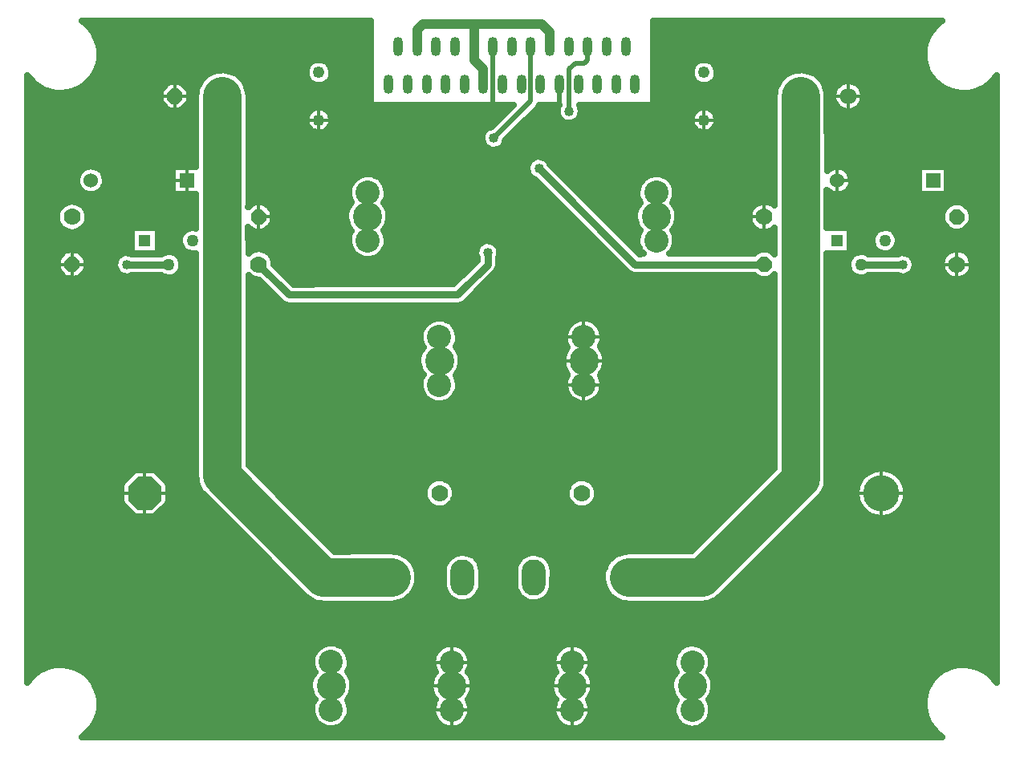
<source format=gbr>
G04 DipTrace 2.3.1.0*
%INBottom.gbr*%
%MOIN*%
%ADD14C,0.03*%
%ADD15C,0.02*%
%ADD16C,0.04*%
%ADD17C,0.16*%
%ADD18C,0.025*%
%ADD19C,0.013*%
%ADD20C,0.1*%
%ADD21O,0.1X0.15*%
%ADD23C,0.15*%
%ADD24C,0.0689*%
%ADD25C,0.0492*%
%ADD26C,0.07*%
%ADD28O,0.04X0.08*%
%ADD29C,0.12*%
%ADD30C,0.05*%
%ADD31R,0.0512X0.0512*%
%ADD34R,0.0591X0.0591*%
%ADD35C,0.06*%
%FSLAX44Y44*%
G04*
G70*
G90*
G75*
G01*
%LNBottom*%
%LPD*%
X23650Y33007D2*
D15*
Y30474D1*
X23687Y30437D1*
X26406Y31441D2*
Y30656D1*
X26187Y30437D1*
X25224Y33007D2*
Y30724D1*
X23687Y29187D1*
X26812Y30312D2*
Y32062D1*
X27062Y32312D1*
X27437D1*
X27562Y32437D1*
Y32983D1*
X27587Y33007D1*
X26012D2*
D16*
Y33612D1*
X25687Y33937D1*
X22862D1*
X20750D1*
X20500Y33687D1*
Y33007D1*
X22862D2*
Y33937D1*
Y33007D2*
Y32449D1*
X23256Y32056D1*
Y31441D1*
X12406Y30937D2*
D17*
Y22937D1*
Y15156D1*
X13124Y14437D1*
X19437Y10937D2*
X16624D1*
X13124Y14437D1*
X11937Y22937D2*
D14*
X12406D1*
X29295Y10937D2*
D17*
X32344D1*
X35844Y14437D1*
X36437Y30937D2*
Y22937D1*
Y15031D1*
X35844Y14437D1*
X36937Y22937D2*
D14*
X36437D1*
X8437Y23937D2*
X10187D1*
X34921Y23953D2*
X29546D1*
X25562Y27937D1*
X38937Y23937D2*
X40687D1*
X23437Y24437D2*
Y23937D1*
X22187Y22687D1*
X15187D1*
X13921Y23953D1*
D16*
X26812Y30312D3*
X23687Y29187D3*
X8437Y23937D3*
X11937Y22937D3*
X23437Y24437D3*
X36937Y22937D3*
X40687Y23937D3*
X25562Y27937D3*
X24562Y24437D3*
X22312Y24062D3*
X25687Y29562D3*
X26812D3*
X24437Y27937D3*
X6886Y33813D2*
D18*
X18539D1*
X30335D2*
X41988D1*
X7081Y33565D2*
X18539D1*
X30335D2*
X41793D1*
X7210Y33316D2*
X18539D1*
X30335D2*
X41664D1*
X7292Y33067D2*
X18539D1*
X30335D2*
X41582D1*
X7331Y32819D2*
X18539D1*
X30335D2*
X41543D1*
X7335Y32570D2*
X18539D1*
X30335D2*
X41539D1*
X7296Y32321D2*
X16047D1*
X16796D2*
X18539D1*
X30335D2*
X32047D1*
X32796D2*
X41578D1*
X7218Y32073D2*
X15887D1*
X16956D2*
X18539D1*
X30335D2*
X31887D1*
X32956D2*
X41656D1*
X7089Y31824D2*
X11754D1*
X13054D2*
X15875D1*
X16968D2*
X18539D1*
X30335D2*
X31875D1*
X32968D2*
X35789D1*
X37085D2*
X41785D1*
X4337Y31575D2*
X4476D1*
X6898D2*
X11504D1*
X13308D2*
X15992D1*
X16851D2*
X18539D1*
X30335D2*
X31992D1*
X32851D2*
X35535D1*
X37339D2*
X41976D1*
X44398D2*
X44539D1*
X4337Y31326D2*
X4769D1*
X6605D2*
X9949D1*
X10925D2*
X11367D1*
X13444D2*
X18539D1*
X30335D2*
X35398D1*
X37476D2*
X37887D1*
X38925D2*
X42269D1*
X44105D2*
X44539D1*
X4337Y31078D2*
X5430D1*
X5944D2*
X9808D1*
X11066D2*
X11305D1*
X13507D2*
X18539D1*
X30335D2*
X35336D1*
X37538D2*
X37766D1*
X39042D2*
X42930D1*
X43444D2*
X44539D1*
X4337Y30829D2*
X9808D1*
X11066D2*
X11297D1*
X13515D2*
X18539D1*
X30335D2*
X35328D1*
X37546D2*
X37762D1*
X39050D2*
X44539D1*
X4337Y30580D2*
X9914D1*
X10960D2*
X11297D1*
X13515D2*
X18539D1*
X30276D2*
X35328D1*
X37546D2*
X37863D1*
X38948D2*
X44539D1*
X4337Y30332D2*
X11297D1*
X13515D2*
X16023D1*
X16819D2*
X24262D1*
X25401D2*
X26301D1*
X27323D2*
X32023D1*
X32819D2*
X35328D1*
X37546D2*
X38207D1*
X38605D2*
X44539D1*
X4337Y30083D2*
X11297D1*
X13515D2*
X15883D1*
X16960D2*
X24016D1*
X25151D2*
X26359D1*
X27265D2*
X31883D1*
X32960D2*
X35328D1*
X37546D2*
X44539D1*
X4337Y29834D2*
X11297D1*
X13515D2*
X15879D1*
X16964D2*
X23766D1*
X24905D2*
X26703D1*
X26920D2*
X31879D1*
X32964D2*
X35328D1*
X37546D2*
X44539D1*
X4337Y29586D2*
X11297D1*
X13515D2*
X16012D1*
X16831D2*
X23387D1*
X24655D2*
X32012D1*
X32831D2*
X35328D1*
X37546D2*
X44539D1*
X4337Y29337D2*
X11297D1*
X13515D2*
X23199D1*
X24405D2*
X35328D1*
X37546D2*
X44539D1*
X4337Y29088D2*
X11297D1*
X13515D2*
X23187D1*
X24187D2*
X35328D1*
X37546D2*
X44539D1*
X4337Y28840D2*
X11297D1*
X13515D2*
X23324D1*
X24050D2*
X35328D1*
X37546D2*
X44539D1*
X4337Y28591D2*
X11297D1*
X13515D2*
X35328D1*
X37546D2*
X44539D1*
X4337Y28342D2*
X11297D1*
X13515D2*
X25269D1*
X25855D2*
X35328D1*
X37546D2*
X44539D1*
X4337Y28094D2*
X11297D1*
X13515D2*
X25078D1*
X26046D2*
X35328D1*
X37546D2*
X44539D1*
X4337Y27845D2*
X6512D1*
X7401D2*
X10328D1*
X13515D2*
X25062D1*
X26296D2*
X35328D1*
X38401D2*
X41328D1*
X42538D2*
X44539D1*
X4337Y27596D2*
X6367D1*
X7542D2*
X10328D1*
X13515D2*
X18027D1*
X18878D2*
X25191D1*
X26542D2*
X30012D1*
X30862D2*
X35328D1*
X38542D2*
X41328D1*
X42538D2*
X44539D1*
X4337Y27347D2*
X6351D1*
X7558D2*
X10328D1*
X13515D2*
X17769D1*
X19136D2*
X25512D1*
X26792D2*
X29754D1*
X31120D2*
X35328D1*
X38558D2*
X41328D1*
X42538D2*
X44539D1*
X4337Y27099D2*
X6453D1*
X7456D2*
X10328D1*
X13515D2*
X17664D1*
X19241D2*
X25762D1*
X27042D2*
X29648D1*
X31226D2*
X35328D1*
X38456D2*
X41328D1*
X42538D2*
X44539D1*
X4337Y26850D2*
X11297D1*
X13515D2*
X17644D1*
X19261D2*
X26008D1*
X27288D2*
X29629D1*
X31245D2*
X35328D1*
X37546D2*
X44539D1*
X4337Y26601D2*
X11297D1*
X13515D2*
X17711D1*
X19194D2*
X26258D1*
X27538D2*
X29695D1*
X31179D2*
X35328D1*
X37546D2*
X44539D1*
X4337Y26353D2*
X5680D1*
X6663D2*
X11297D1*
X14366D2*
X17633D1*
X19241D2*
X26508D1*
X27788D2*
X29633D1*
X31241D2*
X34430D1*
X37546D2*
X42476D1*
X43366D2*
X44539D1*
X4337Y26104D2*
X5539D1*
X6804D2*
X11297D1*
X14546D2*
X17543D1*
X19331D2*
X26754D1*
X28034D2*
X29543D1*
X31331D2*
X34289D1*
X37546D2*
X42297D1*
X43546D2*
X44539D1*
X4337Y25855D2*
X5516D1*
X6827D2*
X11297D1*
X14550D2*
X17531D1*
X19343D2*
X27004D1*
X28284D2*
X29531D1*
X31343D2*
X34266D1*
X37546D2*
X42293D1*
X43550D2*
X44539D1*
X4337Y25607D2*
X5594D1*
X6749D2*
X11297D1*
X14483D2*
X17590D1*
X19284D2*
X27254D1*
X28534D2*
X29590D1*
X31284D2*
X34344D1*
X37546D2*
X42359D1*
X43483D2*
X44539D1*
X4337Y25358D2*
X5855D1*
X6487D2*
X8621D1*
X9753D2*
X10832D1*
X14222D2*
X17742D1*
X19151D2*
X27500D1*
X28780D2*
X29738D1*
X31136D2*
X34605D1*
X38503D2*
X39582D1*
X40292D2*
X42621D1*
X43222D2*
X44539D1*
X4337Y25109D2*
X8621D1*
X9753D2*
X10656D1*
X13515D2*
X17660D1*
X19245D2*
X27750D1*
X29030D2*
X29644D1*
X31230D2*
X35328D1*
X38503D2*
X39406D1*
X40468D2*
X44539D1*
X4337Y24861D2*
X8621D1*
X9753D2*
X10633D1*
X13515D2*
X17648D1*
X19257D2*
X23176D1*
X23698D2*
X28000D1*
X29280D2*
X29633D1*
X31241D2*
X35328D1*
X38503D2*
X39383D1*
X40491D2*
X44539D1*
X4337Y24612D2*
X8621D1*
X9753D2*
X10738D1*
X13515D2*
X17723D1*
X19187D2*
X22961D1*
X23913D2*
X28246D1*
X29526D2*
X29707D1*
X31167D2*
X35328D1*
X38503D2*
X39488D1*
X40386D2*
X44539D1*
X4337Y24363D2*
X5703D1*
X6640D2*
X8180D1*
X10534D2*
X11297D1*
X14429D2*
X17910D1*
X18995D2*
X22933D1*
X23941D2*
X28496D1*
X37546D2*
X38590D1*
X40944D2*
X42410D1*
X43429D2*
X44539D1*
X4337Y24115D2*
X5543D1*
X6796D2*
X7961D1*
X10718D2*
X11297D1*
X14562D2*
X22973D1*
X23898D2*
X28746D1*
X37546D2*
X38406D1*
X41163D2*
X42281D1*
X43562D2*
X44539D1*
X4337Y23866D2*
X5543D1*
X6800D2*
X7933D1*
X10741D2*
X11297D1*
X14648D2*
X22726D1*
X23890D2*
X28992D1*
X37546D2*
X38383D1*
X41191D2*
X42266D1*
X43573D2*
X44539D1*
X4337Y23617D2*
X5629D1*
X6714D2*
X8047D1*
X10640D2*
X11297D1*
X14898D2*
X22476D1*
X23757D2*
X29246D1*
X37546D2*
X38484D1*
X41077D2*
X42359D1*
X43483D2*
X44539D1*
X4337Y23368D2*
X5914D1*
X6429D2*
X11297D1*
X13515D2*
X13647D1*
X15144D2*
X22230D1*
X23507D2*
X34664D1*
X35179D2*
X35328D1*
X37546D2*
X42648D1*
X43194D2*
X44539D1*
X4337Y23120D2*
X11297D1*
X13515D2*
X14113D1*
X23261D2*
X35328D1*
X37546D2*
X44539D1*
X4337Y22871D2*
X11297D1*
X13515D2*
X14363D1*
X23011D2*
X35328D1*
X37546D2*
X44539D1*
X4337Y22622D2*
X11297D1*
X13515D2*
X14613D1*
X22761D2*
X35328D1*
X37546D2*
X44539D1*
X4337Y22374D2*
X11297D1*
X13515D2*
X14859D1*
X22515D2*
X35328D1*
X37546D2*
X44539D1*
X4337Y22125D2*
X11297D1*
X13515D2*
X35328D1*
X37546D2*
X44539D1*
X4337Y21876D2*
X11297D1*
X13515D2*
X35328D1*
X37546D2*
X44539D1*
X4337Y21628D2*
X11297D1*
X13515D2*
X21055D1*
X21788D2*
X27055D1*
X27788D2*
X35328D1*
X37546D2*
X44539D1*
X4337Y21379D2*
X11297D1*
X13515D2*
X20758D1*
X22085D2*
X26758D1*
X28085D2*
X35328D1*
X37546D2*
X44539D1*
X4337Y21130D2*
X11297D1*
X13515D2*
X20641D1*
X22202D2*
X26641D1*
X28202D2*
X35328D1*
X37546D2*
X44539D1*
X4337Y20882D2*
X11297D1*
X13515D2*
X20613D1*
X22230D2*
X26613D1*
X28230D2*
X35328D1*
X37546D2*
X44539D1*
X4337Y20633D2*
X11297D1*
X13515D2*
X20668D1*
X22175D2*
X26668D1*
X28175D2*
X35328D1*
X37546D2*
X44539D1*
X4337Y20384D2*
X11297D1*
X13515D2*
X20648D1*
X22226D2*
X26648D1*
X28226D2*
X35328D1*
X37546D2*
X44539D1*
X4337Y20136D2*
X11297D1*
X13515D2*
X20551D1*
X22323D2*
X26551D1*
X28323D2*
X35328D1*
X37546D2*
X44539D1*
X4337Y19887D2*
X11297D1*
X13515D2*
X20527D1*
X22347D2*
X26527D1*
X28347D2*
X35328D1*
X37546D2*
X44539D1*
X4337Y19638D2*
X11297D1*
X13515D2*
X20578D1*
X22296D2*
X26578D1*
X28296D2*
X35328D1*
X37546D2*
X44539D1*
X4337Y19389D2*
X11297D1*
X13515D2*
X20719D1*
X22155D2*
X26719D1*
X28155D2*
X35328D1*
X37546D2*
X44539D1*
X4337Y19141D2*
X11297D1*
X13515D2*
X20633D1*
X22210D2*
X26633D1*
X28210D2*
X35328D1*
X37546D2*
X44539D1*
X4337Y18892D2*
X11297D1*
X13515D2*
X20613D1*
X22230D2*
X26613D1*
X28230D2*
X35328D1*
X37546D2*
X44539D1*
X4337Y18643D2*
X11297D1*
X13515D2*
X20676D1*
X22167D2*
X26676D1*
X28167D2*
X35328D1*
X37546D2*
X44539D1*
X4337Y18395D2*
X11297D1*
X13515D2*
X20844D1*
X21999D2*
X26844D1*
X27999D2*
X35328D1*
X37546D2*
X44539D1*
X4337Y18146D2*
X11297D1*
X13515D2*
X35328D1*
X37546D2*
X44539D1*
X4337Y17897D2*
X11297D1*
X13515D2*
X35328D1*
X37546D2*
X44539D1*
X4337Y17649D2*
X11297D1*
X13515D2*
X35328D1*
X37546D2*
X44539D1*
X4337Y17400D2*
X11297D1*
X13515D2*
X35328D1*
X37546D2*
X44539D1*
X4337Y17151D2*
X11297D1*
X13515D2*
X35328D1*
X37546D2*
X44539D1*
X4337Y16903D2*
X11297D1*
X13515D2*
X35328D1*
X37546D2*
X44539D1*
X4337Y16654D2*
X11297D1*
X13515D2*
X35328D1*
X37546D2*
X44539D1*
X4337Y16405D2*
X11297D1*
X13515D2*
X35328D1*
X37546D2*
X44539D1*
X4337Y16156D2*
X11297D1*
X13515D2*
X35328D1*
X37546D2*
X44539D1*
X4337Y15908D2*
X11297D1*
X13515D2*
X35328D1*
X37546D2*
X44539D1*
X4337Y15659D2*
X11297D1*
X13515D2*
X35328D1*
X37546D2*
X44539D1*
X4337Y15410D2*
X8824D1*
X9550D2*
X11297D1*
X13710D2*
X35258D1*
X37546D2*
X39406D1*
X40155D2*
X44539D1*
X4337Y15162D2*
X8504D1*
X9870D2*
X11297D1*
X13960D2*
X35008D1*
X37546D2*
X39016D1*
X40546D2*
X44539D1*
X4337Y14913D2*
X8258D1*
X10116D2*
X11324D1*
X14206D2*
X20992D1*
X21882D2*
X26898D1*
X27788D2*
X34762D1*
X37542D2*
X38836D1*
X40726D2*
X44539D1*
X4337Y14664D2*
X8183D1*
X10191D2*
X11414D1*
X14456D2*
X20820D1*
X22054D2*
X26726D1*
X27960D2*
X34512D1*
X37483D2*
X38746D1*
X40816D2*
X44539D1*
X4337Y14416D2*
X8183D1*
X10191D2*
X11586D1*
X14706D2*
X20777D1*
X22097D2*
X26683D1*
X28003D2*
X34262D1*
X37355D2*
X38723D1*
X40839D2*
X44539D1*
X4337Y14167D2*
X8183D1*
X10191D2*
X11836D1*
X14952D2*
X20836D1*
X22038D2*
X26742D1*
X27941D2*
X34016D1*
X37132D2*
X38758D1*
X40804D2*
X44539D1*
X4337Y13918D2*
X8297D1*
X10077D2*
X12082D1*
X15202D2*
X21047D1*
X21827D2*
X26953D1*
X27733D2*
X33766D1*
X36886D2*
X38859D1*
X40702D2*
X44539D1*
X4337Y13670D2*
X8547D1*
X9827D2*
X12332D1*
X15452D2*
X33516D1*
X36636D2*
X39062D1*
X40499D2*
X44539D1*
X4337Y13421D2*
X12582D1*
X15698D2*
X33269D1*
X36386D2*
X39558D1*
X40003D2*
X44539D1*
X4337Y13172D2*
X12828D1*
X15948D2*
X33019D1*
X36140D2*
X44539D1*
X4337Y12924D2*
X13078D1*
X16198D2*
X32769D1*
X35890D2*
X44539D1*
X4337Y12675D2*
X13328D1*
X16444D2*
X32523D1*
X35640D2*
X44539D1*
X4337Y12426D2*
X13574D1*
X16694D2*
X32273D1*
X35394D2*
X44539D1*
X4337Y12177D2*
X13824D1*
X16944D2*
X32023D1*
X35144D2*
X44539D1*
X4337Y11929D2*
X14074D1*
X19901D2*
X22109D1*
X22671D2*
X25062D1*
X25624D2*
X28832D1*
X34894D2*
X44539D1*
X4337Y11680D2*
X14320D1*
X20253D2*
X21754D1*
X23026D2*
X24707D1*
X25980D2*
X28480D1*
X34648D2*
X44539D1*
X4337Y11431D2*
X14570D1*
X20429D2*
X21617D1*
X23159D2*
X24570D1*
X26112D2*
X28305D1*
X34398D2*
X44539D1*
X4337Y11183D2*
X14820D1*
X20519D2*
X21578D1*
X23198D2*
X24531D1*
X26151D2*
X28215D1*
X34148D2*
X44539D1*
X4337Y10934D2*
X15066D1*
X20546D2*
X21578D1*
X23198D2*
X24531D1*
X26151D2*
X28183D1*
X33901D2*
X44539D1*
X4337Y10685D2*
X15316D1*
X20519D2*
X21578D1*
X23198D2*
X24531D1*
X26151D2*
X28215D1*
X33651D2*
X44539D1*
X4337Y10437D2*
X15566D1*
X20425D2*
X21621D1*
X23159D2*
X24574D1*
X26112D2*
X28308D1*
X33401D2*
X44539D1*
X4337Y10188D2*
X15812D1*
X20245D2*
X21758D1*
X23019D2*
X24711D1*
X25972D2*
X28484D1*
X33155D2*
X44539D1*
X4337Y9939D2*
X16172D1*
X19890D2*
X22125D1*
X22655D2*
X25078D1*
X25605D2*
X28844D1*
X32796D2*
X44539D1*
X4337Y9691D2*
X44539D1*
X4337Y9442D2*
X44539D1*
X4337Y9193D2*
X44539D1*
X4337Y8945D2*
X44539D1*
X4337Y8696D2*
X44539D1*
X4337Y8447D2*
X44539D1*
X4337Y8198D2*
X16789D1*
X17052D2*
X44539D1*
X4337Y7950D2*
X16316D1*
X17526D2*
X21348D1*
X22526D2*
X26348D1*
X27526D2*
X31348D1*
X32526D2*
X44539D1*
X4337Y7701D2*
X16164D1*
X17679D2*
X21183D1*
X22691D2*
X26183D1*
X27691D2*
X31183D1*
X32691D2*
X44539D1*
X4337Y7452D2*
X16113D1*
X17730D2*
X21129D1*
X22745D2*
X26129D1*
X27745D2*
X31129D1*
X32745D2*
X44539D1*
X4337Y7204D2*
X5074D1*
X6300D2*
X16141D1*
X17702D2*
X21152D1*
X22722D2*
X26152D1*
X27722D2*
X31152D1*
X32722D2*
X42574D1*
X43800D2*
X44539D1*
X4337Y6955D2*
X4644D1*
X6730D2*
X16195D1*
X17679D2*
X21195D1*
X22679D2*
X26195D1*
X27679D2*
X31195D1*
X32679D2*
X42144D1*
X44230D2*
X44539D1*
X6980Y6706D2*
X16070D1*
X17804D2*
X21070D1*
X22804D2*
X26070D1*
X27804D2*
X31070D1*
X32804D2*
X41894D1*
X7144Y6458D2*
X16027D1*
X17847D2*
X21027D1*
X22847D2*
X26027D1*
X27847D2*
X31027D1*
X32847D2*
X41730D1*
X7253Y6209D2*
X16058D1*
X17816D2*
X21058D1*
X22816D2*
X26058D1*
X27816D2*
X31058D1*
X32816D2*
X41621D1*
X7316Y5960D2*
X16168D1*
X17706D2*
X21168D1*
X22706D2*
X26168D1*
X27706D2*
X31168D1*
X32706D2*
X41558D1*
X7339Y5712D2*
X16156D1*
X17687D2*
X21176D1*
X22698D2*
X26176D1*
X27698D2*
X31176D1*
X32698D2*
X41535D1*
X7323Y5463D2*
X16113D1*
X17730D2*
X21129D1*
X22745D2*
X26129D1*
X27745D2*
X31129D1*
X32745D2*
X41551D1*
X7269Y5214D2*
X16148D1*
X17694D2*
X21160D1*
X22714D2*
X26160D1*
X27714D2*
X31160D1*
X32714D2*
X41605D1*
X7171Y4966D2*
X16281D1*
X17562D2*
X21285D1*
X22589D2*
X26285D1*
X27589D2*
X31285D1*
X32589D2*
X41703D1*
X7019Y4717D2*
X16625D1*
X17218D2*
X21601D1*
X22273D2*
X26601D1*
X27273D2*
X31601D1*
X32273D2*
X41855D1*
X6788Y4468D2*
X42086D1*
X17696Y5328D2*
X17667Y5207D1*
X17618Y5092D1*
X17552Y4986D1*
X17470Y4892D1*
X17374Y4812D1*
X17267Y4748D1*
X17151Y4702D1*
X17029Y4675D1*
X16904Y4668D1*
X16780Y4681D1*
X16659Y4713D1*
X16545Y4764D1*
X16441Y4832D1*
X16349Y4916D1*
X16271Y5014D1*
X16209Y5122D1*
X16166Y5239D1*
X16142Y5362D1*
X16137Y5487D1*
X16152Y5611D1*
X16187Y5730D1*
X16260Y5872D1*
X16206Y5938D1*
X16143Y6046D1*
X16096Y6161D1*
X16066Y6282D1*
X16053Y6407D1*
X16057Y6532D1*
X16079Y6654D1*
X16118Y6773D1*
X16174Y6885D1*
X16258Y7002D1*
X16209Y7091D1*
X16166Y7208D1*
X16142Y7330D1*
X16137Y7455D1*
X16152Y7579D1*
X16187Y7699D1*
X16240Y7812D1*
X16311Y7915D1*
X16397Y8005D1*
X16496Y8081D1*
X16606Y8140D1*
X16724Y8181D1*
X16847Y8203D1*
X16972Y8205D1*
X17096Y8187D1*
X17215Y8149D1*
X17326Y8094D1*
X17428Y8021D1*
X17517Y7933D1*
X17590Y7832D1*
X17647Y7721D1*
X17685Y7602D1*
X17706Y7421D1*
X17696Y7297D1*
X17667Y7175D1*
X17596Y7024D1*
X17650Y6961D1*
X17717Y6855D1*
X17768Y6741D1*
X17803Y6621D1*
X17822Y6437D1*
X17813Y6312D1*
X17787Y6190D1*
X17744Y6073D1*
X17684Y5963D1*
X17597Y5849D1*
X17647Y5752D1*
X17685Y5633D1*
X17706Y5453D1*
X17696Y5328D1*
X32712Y5313D2*
X32683Y5191D1*
X32634Y5076D1*
X32568Y4970D1*
X32486Y4876D1*
X32390Y4796D1*
X32283Y4732D1*
X32167Y4686D1*
X32045Y4659D1*
X31920Y4652D1*
X31796Y4665D1*
X31675Y4697D1*
X31561Y4748D1*
X31457Y4816D1*
X31364Y4900D1*
X31286Y4998D1*
X31225Y5106D1*
X31182Y5224D1*
X31157Y5346D1*
X31153Y5471D1*
X31168Y5595D1*
X31203Y5715D1*
X31272Y5850D1*
X31206Y5938D1*
X31143Y6046D1*
X31096Y6161D1*
X31066Y6282D1*
X31053Y6407D1*
X31057Y6532D1*
X31079Y6654D1*
X31118Y6773D1*
X31174Y6885D1*
X31263Y7008D1*
X31225Y7075D1*
X31182Y7192D1*
X31157Y7315D1*
X31153Y7439D1*
X31168Y7563D1*
X31203Y7683D1*
X31256Y7796D1*
X31327Y7899D1*
X31413Y7990D1*
X31512Y8065D1*
X31622Y8125D1*
X31740Y8165D1*
X31863Y8187D1*
X31988Y8189D1*
X32111Y8171D1*
X32230Y8134D1*
X32342Y8078D1*
X32444Y8005D1*
X32532Y7917D1*
X32606Y7816D1*
X32663Y7705D1*
X32701Y7586D1*
X32722Y7406D1*
X32712Y7281D1*
X32683Y7160D1*
X32611Y7008D1*
X32717Y6855D1*
X32768Y6741D1*
X32803Y6621D1*
X32822Y6437D1*
X32813Y6312D1*
X32787Y6190D1*
X32744Y6073D1*
X32684Y5963D1*
X32602Y5854D1*
X32663Y5737D1*
X32701Y5618D1*
X32722Y5437D1*
X32712Y5313D1*
X21607Y11186D2*
X21621Y11345D1*
X21656Y11465D1*
X21709Y11578D1*
X21779Y11681D1*
X21865Y11771D1*
X21965Y11847D1*
X22075Y11906D1*
X22193Y11947D1*
X22316Y11969D1*
X22441Y11970D1*
X22564Y11952D1*
X22683Y11915D1*
X22795Y11859D1*
X22896Y11787D1*
X22985Y11699D1*
X23059Y11598D1*
X23115Y11487D1*
X23154Y11368D1*
X23175Y11187D1*
X23171Y10687D1*
X23165Y10563D1*
X23135Y10441D1*
X23087Y10326D1*
X23021Y10220D1*
X22939Y10126D1*
X22843Y10046D1*
X22736Y9982D1*
X22619Y9936D1*
X22498Y9909D1*
X22373Y9902D1*
X22249Y9915D1*
X22128Y9947D1*
X22014Y9998D1*
X21909Y10066D1*
X21817Y10150D1*
X21739Y10248D1*
X21678Y10356D1*
X21634Y10474D1*
X21610Y10596D1*
X21605Y10812D1*
X21609Y11187D1*
X24560Y11186D2*
X24574Y11345D1*
X24608Y11465D1*
X24662Y11578D1*
X24732Y11681D1*
X24818Y11771D1*
X24917Y11847D1*
X25027Y11906D1*
X25145Y11947D1*
X25268Y11969D1*
X25393Y11970D1*
X25517Y11952D1*
X25636Y11915D1*
X25748Y11859D1*
X25849Y11787D1*
X25938Y11699D1*
X26011Y11598D1*
X26068Y11487D1*
X26106Y11368D1*
X26128Y11187D1*
X26124Y10687D1*
X26118Y10563D1*
X26088Y10441D1*
X26040Y10326D1*
X25974Y10220D1*
X25892Y10126D1*
X25796Y10046D1*
X25688Y9982D1*
X25572Y9936D1*
X25450Y9909D1*
X25326Y9902D1*
X25201Y9915D1*
X25081Y9947D1*
X24967Y9998D1*
X24862Y10066D1*
X24770Y10150D1*
X24692Y10248D1*
X24630Y10356D1*
X24587Y10474D1*
X24563Y10596D1*
X24558Y10812D1*
X24561Y11187D1*
X40815Y14412D2*
X40801Y14263D1*
X40765Y14117D1*
X40708Y13979D1*
X40632Y13849D1*
X40539Y13732D1*
X40429Y13630D1*
X40306Y13545D1*
X40171Y13479D1*
X40029Y13432D1*
X39881Y13407D1*
X39731Y13403D1*
X39583Y13421D1*
X39438Y13460D1*
X39300Y13520D1*
X39173Y13599D1*
X39058Y13696D1*
X38959Y13808D1*
X38877Y13933D1*
X38813Y14069D1*
X38770Y14212D1*
X38748Y14361D1*
Y14510D1*
X38770Y14659D1*
X38812Y14802D1*
X38875Y14938D1*
X38957Y15064D1*
X39056Y15176D1*
X39171Y15273D1*
X39298Y15352D1*
X39435Y15413D1*
X39579Y15452D1*
X39728Y15471D1*
X39878Y15467D1*
X40026Y15443D1*
X40168Y15397D1*
X40303Y15330D1*
X40427Y15246D1*
X40537Y15144D1*
X40631Y15027D1*
X40707Y14898D1*
X40764Y14760D1*
X40800Y14614D1*
X40815Y14465D1*
Y14412D1*
X9449Y13459D2*
X8850Y13463D1*
X8779Y13486D1*
X8716Y13526D1*
X8276Y13967D1*
X8236Y14030D1*
X8213Y14101D1*
X8209Y14250D1*
X8213Y14774D1*
X8236Y14845D1*
X8276Y14908D1*
X8717Y15348D1*
X8780Y15388D1*
X8851Y15411D1*
X9000Y15415D1*
X9524Y15411D1*
X9595Y15388D1*
X9658Y15348D1*
X10098Y14907D1*
X10138Y14844D1*
X10161Y14773D1*
X10165Y14624D1*
X10161Y14100D1*
X10138Y14029D1*
X10098Y13966D1*
X9657Y13526D1*
X9594Y13486D1*
X9523Y13463D1*
X9449Y13459D1*
X39035Y30912D2*
X39017Y30788D1*
X38976Y30671D1*
X38912Y30563D1*
X38828Y30471D1*
X38728Y30397D1*
X38615Y30343D1*
X38494Y30314D1*
X38369Y30309D1*
X38246Y30328D1*
X38129Y30371D1*
X38023Y30437D1*
X37932Y30522D1*
X37859Y30624D1*
X37808Y30738D1*
X37781Y30860D1*
X37778Y30984D1*
X37799Y31107D1*
X37845Y31223D1*
X37913Y31328D1*
X37999Y31418D1*
X38102Y31489D1*
X38217Y31538D1*
X38339Y31563D1*
X38464Y31564D1*
X38587Y31540D1*
X38702Y31492D1*
X38806Y31423D1*
X38894Y31334D1*
X38962Y31230D1*
X39009Y31115D1*
X39033Y30992D1*
X39035Y30912D1*
X10544Y30334D2*
X10255Y30338D1*
X10184Y30361D1*
X10121Y30401D1*
X9900Y30622D1*
X9860Y30685D1*
X9838Y30757D1*
X9834Y30905D1*
X9838Y31119D1*
X9861Y31190D1*
X9901Y31253D1*
X10122Y31474D1*
X10185Y31514D1*
X10257Y31536D1*
X10405Y31540D1*
X10619Y31536D1*
X10690Y31513D1*
X10753Y31473D1*
X10974Y31252D1*
X11014Y31189D1*
X11036Y31117D1*
X11040Y30969D1*
X11036Y30755D1*
X11013Y30684D1*
X10973Y30621D1*
X10752Y30400D1*
X10689Y30360D1*
X10617Y30338D1*
X10544Y30334D1*
X32952Y29928D2*
X32931Y29805D1*
X32883Y29690D1*
X32809Y29590D1*
X32713Y29509D1*
X32602Y29453D1*
X32480Y29425D1*
X32356Y29426D1*
X32235Y29456D1*
X32124Y29513D1*
X32029Y29594D1*
X31957Y29696D1*
X31909Y29811D1*
X31891Y29934D1*
X31901Y30059D1*
X31940Y30177D1*
X32006Y30283D1*
X32094Y30371D1*
X32201Y30436D1*
X32319Y30474D1*
X32444Y30483D1*
X32567Y30463D1*
X32682Y30415D1*
X32783Y30342D1*
X32863Y30247D1*
X32920Y30136D1*
X32949Y30014D1*
X32952Y29928D1*
X32938Y31797D2*
X32895Y31680D1*
X32825Y31577D1*
X32734Y31492D1*
X32625Y31431D1*
X32505Y31397D1*
X32380Y31392D1*
X32258Y31416D1*
X32145Y31468D1*
X32047Y31545D1*
X31969Y31643D1*
X31917Y31756D1*
X31892Y31878D1*
X31896Y32003D1*
X31930Y32123D1*
X31990Y32232D1*
X32075Y32324D1*
X32178Y32393D1*
X32295Y32437D1*
X32419Y32452D1*
X32543Y32438D1*
X32660Y32396D1*
X32764Y32327D1*
X32849Y32236D1*
X32911Y32127D1*
X32945Y32008D1*
X32952Y31921D1*
X32938Y31797D1*
X16938D2*
X16895Y31680D1*
X16825Y31577D1*
X16734Y31492D1*
X16625Y31431D1*
X16505Y31397D1*
X16380Y31392D1*
X16258Y31416D1*
X16145Y31468D1*
X16047Y31545D1*
X15969Y31643D1*
X15917Y31756D1*
X15892Y31878D1*
X15896Y32003D1*
X15930Y32123D1*
X15990Y32232D1*
X16075Y32324D1*
X16178Y32393D1*
X16295Y32437D1*
X16419Y32452D1*
X16543Y32438D1*
X16660Y32396D1*
X16764Y32327D1*
X16849Y32236D1*
X16911Y32127D1*
X16945Y32008D1*
X16952Y31921D1*
X16938Y31797D1*
X16952Y29928D2*
X16931Y29805D1*
X16883Y29690D1*
X16809Y29590D1*
X16713Y29509D1*
X16602Y29453D1*
X16480Y29425D1*
X16356Y29426D1*
X16235Y29456D1*
X16124Y29513D1*
X16029Y29594D1*
X15957Y29696D1*
X15909Y29811D1*
X15891Y29934D1*
X15901Y30059D1*
X15940Y30177D1*
X16006Y30283D1*
X16094Y30371D1*
X16201Y30436D1*
X16319Y30474D1*
X16444Y30483D1*
X16567Y30463D1*
X16682Y30415D1*
X16783Y30342D1*
X16863Y30247D1*
X16920Y30136D1*
X16949Y30014D1*
X16952Y29928D1*
X35350Y23528D2*
X35255Y23433D1*
X35146Y23366D1*
X35192Y23386D1*
X35053Y23349D1*
X34789D1*
X34665Y23379D1*
X34712Y23360D1*
X34588Y23433D1*
X34502Y23519D1*
X29546Y23518D1*
X29423Y23536D1*
X29331Y23575D1*
X29239Y23645D1*
X25408Y27476D1*
X25333Y27509D1*
X25232Y27582D1*
X25152Y27678D1*
X25100Y27791D1*
X25078Y27913D1*
X25088Y28038D1*
X25129Y28155D1*
X25199Y28258D1*
X25293Y28340D1*
X25404Y28396D1*
X25527Y28421D1*
X25651Y28414D1*
X25770Y28375D1*
X25874Y28308D1*
X25959Y28216D1*
X26019Y28094D1*
X29728Y24386D1*
X29894Y24388D1*
X29786Y24514D1*
X29725Y24622D1*
X29682Y24739D1*
X29657Y24862D1*
X29653Y24987D1*
X29668Y25111D1*
X29703Y25230D1*
X29767Y25359D1*
X29706Y25438D1*
X29643Y25546D1*
X29596Y25661D1*
X29566Y25782D1*
X29553Y25907D1*
X29557Y26032D1*
X29579Y26154D1*
X29618Y26273D1*
X29674Y26385D1*
X29768Y26514D1*
X29725Y26591D1*
X29682Y26708D1*
X29657Y26830D1*
X29653Y26955D1*
X29668Y27079D1*
X29703Y27199D1*
X29756Y27312D1*
X29827Y27415D1*
X29913Y27505D1*
X30012Y27581D1*
X30122Y27640D1*
X30240Y27681D1*
X30363Y27703D1*
X30488Y27705D1*
X30611Y27687D1*
X30730Y27649D1*
X30842Y27594D1*
X30944Y27521D1*
X31032Y27433D1*
X31106Y27332D1*
X31163Y27221D1*
X31201Y27102D1*
X31222Y26921D1*
X31212Y26797D1*
X31183Y26675D1*
X31107Y26517D1*
X31217Y26355D1*
X31268Y26241D1*
X31303Y26121D1*
X31322Y25937D1*
X31313Y25812D1*
X31287Y25690D1*
X31244Y25573D1*
X31184Y25463D1*
X31108Y25360D1*
X31163Y25252D1*
X31201Y25133D1*
X31222Y24953D1*
X31212Y24828D1*
X31183Y24707D1*
X31134Y24592D1*
X31068Y24486D1*
X30983Y24389D1*
X34503Y24388D1*
X34588Y24473D1*
X34696Y24540D1*
X34650Y24520D1*
X34789Y24556D1*
X35053D1*
X35177Y24527D1*
X35131Y24545D1*
X35255Y24473D1*
X35351Y24376D1*
Y25454D1*
X35252Y25379D1*
X35139Y25325D1*
X35018Y25294D1*
X34894Y25287D1*
X34770Y25304D1*
X34652Y25346D1*
X34545Y25410D1*
X34452Y25493D1*
X34378Y25593D1*
X34324Y25706D1*
X34293Y25827D1*
X34287Y25951D1*
X34305Y26075D1*
X34347Y26192D1*
X34411Y26299D1*
X34495Y26392D1*
X34595Y26466D1*
X34708Y26519D1*
X34829Y26550D1*
X34954Y26555D1*
X35077Y26537D1*
X35195Y26494D1*
X35301Y26430D1*
X35352Y26387D1*
Y30937D1*
X35359Y31062D1*
X35381Y31185D1*
X35416Y31305D1*
X35465Y31419D1*
X35527Y31528D1*
X35601Y31629D1*
X35686Y31720D1*
X35781Y31801D1*
X35885Y31871D1*
X35996Y31928D1*
X36113Y31972D1*
X36234Y32003D1*
X36358Y32019D1*
X36483Y32021D1*
X36607Y32009D1*
X36729Y31982D1*
X36847Y31941D1*
X36960Y31888D1*
X37066Y31821D1*
X37163Y31743D1*
X37251Y31654D1*
X37328Y31556D1*
X37393Y31449D1*
X37446Y31336D1*
X37485Y31217D1*
X37510Y31095D1*
X37522Y30937D1*
X37527Y27835D1*
X37621Y27917D1*
X37730Y27977D1*
X37850Y28012D1*
X37974Y28022D1*
X38098Y28005D1*
X38215Y27962D1*
X38320Y27895D1*
X38409Y27807D1*
X38477Y27703D1*
X38522Y27586D1*
X38540Y27463D1*
X38532Y27337D1*
X38498Y27218D1*
X38439Y27108D1*
X38358Y27013D1*
X38259Y26937D1*
X38146Y26884D1*
X38025Y26856D1*
X37900Y26855D1*
X37778Y26880D1*
X37664Y26930D1*
X37563Y27004D1*
X37522Y27045D1*
Y25480D1*
X38478Y25478D1*
Y24396D1*
X37521D1*
X37522Y15031D1*
X37515Y14906D1*
X37493Y14783D1*
X37458Y14663D1*
X37409Y14548D1*
X37347Y14440D1*
X37308Y14383D1*
X37204Y14263D1*
X33111Y10170D1*
X33017Y10087D1*
X32915Y10015D1*
X32805Y9955D1*
X32690Y9909D1*
X32569Y9876D1*
X32502Y9864D1*
X32344Y9852D1*
X29295D1*
X29171Y9859D1*
X29047Y9881D1*
X28928Y9916D1*
X28813Y9965D1*
X28704Y10027D1*
X28604Y10101D1*
X28512Y10186D1*
X28431Y10281D1*
X28361Y10385D1*
X28304Y10496D1*
X28260Y10613D1*
X28229Y10734D1*
X28213Y10858D1*
X28211Y10983D1*
X28224Y11107D1*
X28250Y11229D1*
X28291Y11347D1*
X28345Y11460D1*
X28411Y11566D1*
X28489Y11663D1*
X28578Y11751D1*
X28676Y11828D1*
X28783Y11893D1*
X28896Y11946D1*
X29015Y11985D1*
X29137Y12010D1*
X29295Y12022D1*
X31893D1*
X35350Y15478D1*
X35352Y17281D1*
Y23527D1*
X13490Y26344D2*
X13626Y26473D1*
X13693Y26508D1*
X13766Y26524D1*
X14078Y26523D1*
X14151Y26507D1*
X14217Y26472D1*
X14325Y26370D1*
X14473Y26216D1*
X14508Y26150D1*
X14524Y26077D1*
X14523Y25764D1*
X14507Y25691D1*
X14472Y25625D1*
X14370Y25517D1*
X14216Y25369D1*
X14150Y25335D1*
X14077Y25319D1*
X13764D1*
X13691Y25335D1*
X13625Y25370D1*
X13517Y25472D1*
X13490Y25499D1*
X13491Y24417D1*
X13574Y24484D1*
X13685Y24542D1*
X13805Y24577D1*
X13929Y24588D1*
X14053Y24574D1*
X14172Y24536D1*
X14281Y24476D1*
X14377Y24395D1*
X14454Y24298D1*
X14512Y24187D1*
X14546Y24067D1*
X14554Y23933D1*
X15370Y23120D1*
X17062Y23122D1*
X22003D1*
X23004Y24119D1*
X23002Y24222D1*
X22975Y24291D1*
X22953Y24413D1*
X22963Y24538D1*
X23004Y24655D1*
X23074Y24758D1*
X23168Y24840D1*
X23279Y24896D1*
X23402Y24921D1*
X23526Y24914D1*
X23645Y24875D1*
X23749Y24808D1*
X23834Y24716D1*
X23892Y24606D1*
X23922Y24437D1*
X23906Y24313D1*
X23872Y24230D1*
Y23937D1*
X23854Y23814D1*
X23815Y23722D1*
X23745Y23629D1*
X22495Y22379D1*
X22395Y22305D1*
X22302Y22268D1*
X22187Y22252D1*
X15187D1*
X15064Y22270D1*
X14972Y22309D1*
X14879Y22379D1*
X13943Y23316D1*
X13795Y23331D1*
X13675Y23367D1*
X13566Y23427D1*
X13491Y23489D1*
Y15605D1*
X17076Y12019D1*
X18374Y12022D1*
X19437D1*
X19562Y12015D1*
X19685Y11993D1*
X19805Y11958D1*
X19920Y11909D1*
X20028Y11847D1*
X20129Y11773D1*
X20220Y11688D1*
X20301Y11593D1*
X20371Y11489D1*
X20428Y11378D1*
X20472Y11261D1*
X20503Y11140D1*
X20519Y11016D1*
X20521Y10891D1*
X20509Y10767D1*
X20482Y10645D1*
X20441Y10527D1*
X20388Y10414D1*
X20321Y10308D1*
X20243Y10211D1*
X20154Y10123D1*
X20056Y10046D1*
X19949Y9981D1*
X19836Y9928D1*
X19717Y9889D1*
X19595Y9864D1*
X19437Y9852D1*
X16624D1*
X16499Y9859D1*
X16376Y9881D1*
X16256Y9916D1*
X16142Y9965D1*
X16033Y10027D1*
X15977Y10066D1*
X15857Y10170D1*
X11638Y14388D1*
X11555Y14482D1*
X11483Y14584D1*
X11424Y14694D1*
X11377Y14810D1*
X11344Y14930D1*
X11332Y14997D1*
X11321Y15156D1*
Y24417D1*
X11152Y24403D1*
X11030Y24426D1*
X10916Y24476D1*
X10816Y24551D1*
X10737Y24648D1*
X10682Y24760D1*
X10655Y24881D1*
X10656Y25006D1*
X10687Y25127D1*
X10744Y25238D1*
X10826Y25332D1*
X10927Y25405D1*
X11043Y25452D1*
X11166Y25472D1*
X11290Y25462D1*
X11324Y25451D1*
X11321Y26687D1*
Y26855D1*
X10588Y26857D1*
X10352D1*
Y28017D1*
X11320D1*
X11321Y30937D1*
X11328Y31062D1*
X11349Y31185D1*
X11385Y31305D1*
X11434Y31419D1*
X11496Y31528D1*
X11570Y31629D1*
X11655Y31720D1*
X11750Y31801D1*
X11853Y31871D1*
X11964Y31928D1*
X12081Y31972D1*
X12202Y32003D1*
X12326Y32019D1*
X12451Y32021D1*
X12575Y32009D1*
X12698Y31982D1*
X12816Y31941D1*
X12928Y31888D1*
X13034Y31821D1*
X13132Y31743D1*
X13220Y31654D1*
X13297Y31556D1*
X13362Y31449D1*
X13414Y31336D1*
X13454Y31217D1*
X13479Y31095D1*
X13491Y30937D1*
Y26347D1*
X13629Y26475D1*
X13696Y26509D1*
X13789Y26525D1*
X42318Y25914D2*
Y26053D1*
X42347Y26177D1*
X42329Y26131D1*
X42401Y26255D1*
X42588Y26441D1*
X42696Y26508D1*
X42650Y26488D1*
X42789Y26525D1*
X43053D1*
X43177Y26495D1*
X43131Y26514D1*
X43255Y26441D1*
X43441Y26255D1*
X43508Y26146D1*
X43488Y26192D1*
X43525Y26053D1*
Y25789D1*
X43495Y25665D1*
X43514Y25712D1*
X43441Y25588D1*
X43255Y25401D1*
X43146Y25334D1*
X43192Y25354D1*
X43053Y25318D1*
X42789D1*
X42665Y25347D1*
X42712Y25329D1*
X42588Y25401D1*
X42401Y25588D1*
X42334Y25696D1*
X42354Y25650D1*
X42318Y25789D1*
Y25914D1*
X43556Y23928D2*
X43539Y23804D1*
X43498Y23686D1*
X43434Y23579D1*
X43351Y23486D1*
X43252Y23410D1*
X43139Y23356D1*
X43018Y23325D1*
X42894Y23318D1*
X42770Y23336D1*
X42652Y23377D1*
X42545Y23441D1*
X42452Y23525D1*
X42378Y23625D1*
X42324Y23737D1*
X42293Y23858D1*
X42287Y23983D1*
X42305Y24106D1*
X42347Y24224D1*
X42411Y24331D1*
X42495Y24423D1*
X42595Y24498D1*
X42708Y24551D1*
X42829Y24581D1*
X42954Y24587D1*
X43077Y24568D1*
X43195Y24526D1*
X43301Y24461D1*
X43394Y24377D1*
X43467Y24277D1*
X43520Y24164D1*
X43550Y24042D1*
X43556Y23928D1*
X6775Y24060D2*
X6770Y23771D1*
X6748Y23700D1*
X6707Y23637D1*
X6486Y23416D1*
X6423Y23376D1*
X6352Y23354D1*
X6203Y23349D1*
X5990Y23354D1*
X5918Y23376D1*
X5855Y23417D1*
X5635Y23638D1*
X5594Y23701D1*
X5572Y23772D1*
X5568Y23921D1*
X5572Y24134D1*
X5595Y24206D1*
X5635Y24269D1*
X5856Y24489D1*
X5919Y24530D1*
X5991Y24552D1*
X6139Y24556D1*
X6353Y24552D1*
X6424Y24529D1*
X6487Y24489D1*
X6708Y24268D1*
X6748Y24205D1*
X6770Y24133D1*
X6775Y24060D1*
X6794Y25797D2*
X6758Y25678D1*
X6699Y25568D1*
X6619Y25471D1*
X6523Y25392D1*
X6413Y25334D1*
X6293Y25298D1*
X6169Y25286D1*
X6045Y25299D1*
X5925Y25336D1*
X5816Y25395D1*
X5720Y25475D1*
X5641Y25572D1*
X5583Y25682D1*
X5548Y25802D1*
X5536Y25926D1*
X5550Y26050D1*
X5587Y26170D1*
X5647Y26279D1*
X5727Y26375D1*
X5824Y26453D1*
X5935Y26511D1*
X6055Y26545D1*
X6179Y26556D1*
X6303Y26542D1*
X6422Y26505D1*
X6531Y26444D1*
X6627Y26364D1*
X6704Y26266D1*
X6762Y26155D1*
X6796Y26035D1*
X6806Y25921D1*
X6794Y25797D1*
X22060Y14313D2*
X22023Y14193D1*
X21964Y14083D1*
X21885Y13987D1*
X21788Y13908D1*
X21678Y13850D1*
X21559Y13814D1*
X21434Y13802D1*
X21310Y13815D1*
X21191Y13852D1*
X21081Y13911D1*
X20985Y13991D1*
X20907Y14088D1*
X20849Y14198D1*
X20813Y14318D1*
X20802Y14442D1*
X20815Y14566D1*
X20853Y14685D1*
X20912Y14795D1*
X20993Y14890D1*
X21090Y14969D1*
X21200Y15026D1*
X21320Y15061D1*
X21445Y15072D1*
X21569Y15058D1*
X21688Y15020D1*
X21797Y14960D1*
X21892Y14880D1*
X21970Y14782D1*
X22027Y14671D1*
X22062Y14551D1*
X22072Y14437D1*
X22060Y14313D1*
X27965D2*
X27929Y14193D1*
X27870Y14083D1*
X27791Y13987D1*
X27694Y13908D1*
X27584Y13850D1*
X27464Y13814D1*
X27340Y13802D1*
X27216Y13815D1*
X27097Y13852D1*
X26987Y13911D1*
X26891Y13991D1*
X26812Y14088D1*
X26754Y14198D1*
X26719Y14318D1*
X26708Y14442D1*
X26721Y14566D1*
X26758Y14685D1*
X26818Y14795D1*
X26898Y14890D1*
X26995Y14969D1*
X27106Y15026D1*
X27226Y15061D1*
X27350Y15072D1*
X27474Y15058D1*
X27593Y15020D1*
X27702Y14960D1*
X27798Y14880D1*
X27876Y14782D1*
X27933Y14671D1*
X27967Y14551D1*
X27978Y14437D1*
X27965Y14313D1*
X22722Y5412D2*
X22703Y5263D1*
X22656Y5121D1*
X22583Y4990D1*
X22486Y4876D1*
X22370Y4782D1*
X22237Y4712D1*
X22094Y4668D1*
X21945Y4652D1*
X21796Y4665D1*
X21652Y4706D1*
X21518Y4773D1*
X21400Y4865D1*
X21301Y4977D1*
X21225Y5106D1*
X21175Y5248D1*
X21153Y5396D1*
X21160Y5546D1*
X21194Y5691D1*
X21256Y5828D1*
X21267Y5859D1*
X21179Y5980D1*
X21113Y6114D1*
X21070Y6258D1*
X21053Y6407D1*
X21060Y6556D1*
X21093Y6703D1*
X21150Y6841D1*
X21229Y6968D1*
X21260Y7009D1*
X21197Y7144D1*
X21161Y7290D1*
X21153Y7439D1*
X21173Y7588D1*
X21222Y7729D1*
X21296Y7859D1*
X21394Y7973D1*
X21512Y8065D1*
X21645Y8134D1*
X21789Y8176D1*
X21938Y8191D1*
X22087Y8176D1*
X22230Y8134D1*
X22363Y8065D1*
X22481Y7972D1*
X22578Y7858D1*
X22653Y7728D1*
X22701Y7586D1*
X22721Y7438D1*
X22716Y7306D1*
X22683Y7160D1*
X22622Y7023D1*
X22613Y7007D1*
X22692Y6899D1*
X22759Y6765D1*
X22803Y6621D1*
X22821Y6473D1*
X22813Y6312D1*
X22780Y6166D1*
X22722Y6028D1*
X22642Y5902D1*
X22603Y5854D1*
X22672Y5713D1*
X22711Y5569D1*
X22722Y5437D1*
Y5412D1*
X27722D2*
X27703Y5263D1*
X27656Y5121D1*
X27583Y4990D1*
X27486Y4876D1*
X27370Y4782D1*
X27237Y4712D1*
X27094Y4668D1*
X26945Y4652D1*
X26796Y4665D1*
X26652Y4706D1*
X26518Y4773D1*
X26400Y4865D1*
X26301Y4977D1*
X26225Y5106D1*
X26175Y5248D1*
X26153Y5396D1*
X26160Y5546D1*
X26194Y5691D1*
X26256Y5828D1*
X26267Y5859D1*
X26179Y5980D1*
X26113Y6114D1*
X26070Y6258D1*
X26053Y6407D1*
X26060Y6556D1*
X26093Y6703D1*
X26150Y6841D1*
X26229Y6968D1*
X26260Y7009D1*
X26197Y7144D1*
X26161Y7290D1*
X26153Y7439D1*
X26173Y7588D1*
X26222Y7729D1*
X26296Y7859D1*
X26394Y7973D1*
X26512Y8065D1*
X26645Y8134D1*
X26789Y8176D1*
X26938Y8191D1*
X27087Y8176D1*
X27230Y8134D1*
X27363Y8065D1*
X27481Y7972D1*
X27578Y7858D1*
X27653Y7728D1*
X27701Y7586D1*
X27721Y7438D1*
X27716Y7306D1*
X27683Y7160D1*
X27622Y7023D1*
X27613Y7007D1*
X27692Y6899D1*
X27759Y6765D1*
X27803Y6621D1*
X27821Y6473D1*
X27813Y6312D1*
X27780Y6166D1*
X27722Y6028D1*
X27642Y5902D1*
X27603Y5854D1*
X27672Y5713D1*
X27711Y5569D1*
X27722Y5437D1*
Y5412D1*
X44560Y31818D2*
X44439Y31650D1*
X44266Y31470D1*
X44067Y31319D1*
X43847Y31201D1*
X43612Y31117D1*
X43366Y31071D1*
X43117Y31062D1*
X42869Y31092D1*
X42628Y31160D1*
X42401Y31263D1*
X42192Y31400D1*
X42007Y31568D1*
X41850Y31762D1*
X41724Y31977D1*
X41632Y32210D1*
X41578Y32454D1*
X41561Y32703D1*
X41582Y32952D1*
X41642Y33194D1*
X41738Y33425D1*
X41868Y33638D1*
X42029Y33829D1*
X42217Y33993D1*
X42312Y34062D1*
X30312D1*
Y30687D1*
X30251Y30582D1*
X30187Y30562D1*
X27230D1*
X27267Y30481D1*
X27297Y30312D1*
X27281Y30188D1*
X27234Y30073D1*
X27159Y29973D1*
X27061Y29896D1*
X26947Y29846D1*
X26824Y29827D1*
X26700Y29840D1*
X26583Y29884D1*
X26482Y29957D1*
X26402Y30053D1*
X26350Y30166D1*
X26328Y30288D1*
X26338Y30413D1*
X26379Y30530D1*
X26399Y30559D1*
X25574Y30562D1*
X25497Y30452D1*
X24168Y29124D1*
X24156Y29063D1*
X24109Y28948D1*
X24034Y28848D1*
X23936Y28771D1*
X23822Y28721D1*
X23699Y28702D1*
X23575Y28715D1*
X23458Y28759D1*
X23357Y28832D1*
X23277Y28928D1*
X23225Y29041D1*
X23203Y29163D1*
X23213Y29288D1*
X23254Y29405D1*
X23324Y29508D1*
X23418Y29590D1*
X23529Y29646D1*
X23617Y29664D1*
X24517Y30561D1*
X18687Y30562D1*
X18582Y30623D1*
X18562Y30687D1*
Y34062D1*
X6558D1*
X6694Y33964D1*
X6878Y33795D1*
X7033Y33599D1*
X7157Y33382D1*
X7246Y33149D1*
X7299Y32905D1*
X7313Y32687D1*
X7294Y32438D1*
X7237Y32195D1*
X7143Y31963D1*
X7015Y31749D1*
X6856Y31557D1*
X6669Y31391D1*
X6459Y31256D1*
X6231Y31154D1*
X5990Y31089D1*
X5742Y31062D1*
X5492Y31072D1*
X5247Y31121D1*
X5013Y31207D1*
X4794Y31328D1*
X4596Y31481D1*
X4425Y31662D1*
X4314Y31818D1*
X4312Y29812D1*
Y6558D1*
X4445Y6737D1*
X4620Y6914D1*
X4821Y7063D1*
X5041Y7180D1*
X5278Y7261D1*
X5523Y7305D1*
X5773Y7311D1*
X6021Y7279D1*
X6261Y7209D1*
X6487Y7103D1*
X6694Y6964D1*
X6878Y6795D1*
X7033Y6599D1*
X7157Y6382D1*
X7246Y6149D1*
X7299Y5905D1*
X7313Y5687D1*
X7294Y5438D1*
X7237Y5195D1*
X7143Y4963D1*
X7015Y4749D1*
X6856Y4557D1*
X6669Y4391D1*
X6562Y4312D1*
X42316D1*
X42096Y4481D1*
X41925Y4662D1*
X41782Y4867D1*
X41673Y5092D1*
X41600Y5331D1*
X41564Y5578D1*
X41567Y5828D1*
X41607Y6074D1*
X41685Y6311D1*
X41799Y6534D1*
X41945Y6737D1*
X42120Y6914D1*
X42321Y7063D1*
X42541Y7180D1*
X42778Y7261D1*
X43023Y7305D1*
X43273Y7311D1*
X43521Y7279D1*
X43761Y7209D1*
X43987Y7103D1*
X44194Y6964D1*
X44378Y6795D1*
X44533Y6599D1*
X44562Y6562D1*
Y31816D1*
X28206Y18928D2*
X28187Y18779D1*
X28140Y18637D1*
X28067Y18506D1*
X27970Y18392D1*
X27854Y18298D1*
X27721Y18227D1*
X27578Y18184D1*
X27429Y18168D1*
X27280Y18181D1*
X27136Y18221D1*
X27002Y18289D1*
X26884Y18381D1*
X26785Y18493D1*
X26709Y18622D1*
X26659Y18763D1*
X26637Y18912D1*
X26644Y19061D1*
X26679Y19207D1*
X26740Y19343D1*
X26757Y19371D1*
X26667Y19502D1*
X26604Y19638D1*
X26566Y19782D1*
X26552Y19932D1*
X26564Y20081D1*
X26601Y20226D1*
X26661Y20363D1*
X26744Y20488D1*
X26757Y20503D1*
X26690Y20637D1*
X26649Y20781D1*
X26636Y20930D1*
X26652Y21079D1*
X26696Y21222D1*
X26767Y21354D1*
X26861Y21471D1*
X26975Y21567D1*
X27106Y21640D1*
X27248Y21687D1*
X27397Y21706D1*
X27546Y21696D1*
X27691Y21658D1*
X27826Y21594D1*
X27947Y21504D1*
X28048Y21394D1*
X28126Y21266D1*
X28179Y21126D1*
X28204Y20979D1*
X28203Y20846D1*
X28174Y20699D1*
X28118Y20560D1*
X28098Y20524D1*
X28179Y20420D1*
X28250Y20288D1*
X28297Y20146D1*
X28320Y19998D1*
X28316Y19837D1*
X28287Y19690D1*
X28233Y19550D1*
X28157Y19422D1*
X28098Y19349D1*
X28156Y19229D1*
X28195Y19084D1*
X28206Y18953D1*
Y18928D1*
X22196Y18828D2*
X22167Y18707D1*
X22118Y18592D1*
X22052Y18486D1*
X21970Y18392D1*
X21874Y18312D1*
X21767Y18248D1*
X21651Y18202D1*
X21529Y18175D1*
X21404Y18168D1*
X21280Y18181D1*
X21159Y18213D1*
X21045Y18264D1*
X20941Y18332D1*
X20849Y18416D1*
X20771Y18514D1*
X20709Y18622D1*
X20666Y18739D1*
X20642Y18862D1*
X20637Y18987D1*
X20652Y19111D1*
X20687Y19230D1*
X20760Y19372D1*
X20706Y19438D1*
X20643Y19546D1*
X20596Y19661D1*
X20566Y19782D1*
X20553Y19907D1*
X20557Y20032D1*
X20579Y20154D1*
X20618Y20273D1*
X20674Y20385D1*
X20758Y20502D1*
X20709Y20591D1*
X20666Y20708D1*
X20642Y20830D1*
X20637Y20955D1*
X20652Y21079D1*
X20687Y21199D1*
X20740Y21312D1*
X20811Y21415D1*
X20897Y21505D1*
X20996Y21581D1*
X21106Y21640D1*
X21224Y21681D1*
X21347Y21703D1*
X21472Y21705D1*
X21596Y21687D1*
X21715Y21649D1*
X21826Y21594D1*
X21928Y21521D1*
X22017Y21433D1*
X22090Y21332D1*
X22147Y21221D1*
X22185Y21102D1*
X22206Y20921D1*
X22196Y20797D1*
X22167Y20675D1*
X22096Y20524D1*
X22150Y20461D1*
X22217Y20355D1*
X22268Y20241D1*
X22303Y20121D1*
X22322Y19937D1*
X22313Y19812D1*
X22287Y19690D1*
X22244Y19573D1*
X22184Y19463D1*
X22097Y19349D1*
X22147Y19252D1*
X22185Y19133D1*
X22206Y18953D1*
X22196Y18828D1*
X19228Y24828D2*
X19198Y24707D1*
X19150Y24592D1*
X19084Y24486D1*
X19002Y24392D1*
X18906Y24312D1*
X18799Y24248D1*
X18682Y24202D1*
X18560Y24175D1*
X18436Y24168D1*
X18312Y24181D1*
X18191Y24213D1*
X18077Y24264D1*
X17972Y24332D1*
X17880Y24416D1*
X17802Y24514D1*
X17741Y24622D1*
X17697Y24739D1*
X17673Y24862D1*
X17668Y24987D1*
X17684Y25111D1*
X17719Y25230D1*
X17774Y25347D1*
X17706Y25438D1*
X17643Y25546D1*
X17596Y25661D1*
X17566Y25782D1*
X17553Y25907D1*
X17557Y26032D1*
X17579Y26154D1*
X17618Y26273D1*
X17674Y26385D1*
X17779Y26525D1*
X17741Y26591D1*
X17697Y26708D1*
X17673Y26830D1*
X17668Y26955D1*
X17684Y27079D1*
X17719Y27199D1*
X17772Y27312D1*
X17842Y27415D1*
X17928Y27505D1*
X18028Y27581D1*
X18138Y27640D1*
X18256Y27681D1*
X18379Y27703D1*
X18503Y27705D1*
X18627Y27687D1*
X18746Y27649D1*
X18858Y27594D1*
X18959Y27521D1*
X19048Y27433D1*
X19122Y27332D1*
X19178Y27221D1*
X19217Y27102D1*
X19238Y26921D1*
X19228Y26797D1*
X19198Y26675D1*
X19150Y26560D1*
X19115Y26504D1*
X19217Y26355D1*
X19268Y26241D1*
X19303Y26121D1*
X19322Y25937D1*
X19313Y25812D1*
X19287Y25690D1*
X19244Y25573D1*
X19184Y25463D1*
X19117Y25372D1*
X19178Y25252D1*
X19217Y25133D1*
X19238Y24953D1*
X19228Y24828D1*
X40457Y24813D2*
X40415Y24696D1*
X40346Y24592D1*
X40255Y24507D1*
X40147Y24445D1*
X40027Y24410D1*
X39902Y24403D1*
X39780Y24426D1*
X39666Y24476D1*
X39566Y24551D1*
X39487Y24648D1*
X39432Y24760D1*
X39405Y24881D1*
X39406Y25006D1*
X39437Y25127D1*
X39494Y25238D1*
X39576Y25332D1*
X39677Y25405D1*
X39793Y25452D1*
X39916Y25472D1*
X40040Y25462D1*
X40159Y25424D1*
X40266Y25359D1*
X40354Y25272D1*
X40421Y25166D1*
X40460Y25048D1*
X40472Y24937D1*
X40457Y24813D1*
X39245Y23501D2*
X39147Y23445D1*
X39027Y23410D1*
X38902Y23403D1*
X38780Y23426D1*
X38666Y23476D1*
X38566Y23551D1*
X38487Y23648D1*
X38432Y23760D1*
X38405Y23881D1*
X38406Y24006D1*
X38437Y24127D1*
X38494Y24238D1*
X38576Y24332D1*
X38677Y24405D1*
X38793Y24452D1*
X38916Y24472D1*
X39040Y24462D1*
X39159Y24424D1*
X39242Y24373D1*
X40472Y24372D1*
X40529Y24396D1*
X40652Y24421D1*
X40776Y24414D1*
X40895Y24375D1*
X40999Y24308D1*
X41084Y24216D1*
X41142Y24106D1*
X41172Y23937D1*
X41156Y23813D1*
X41109Y23698D1*
X41034Y23598D1*
X40936Y23521D1*
X40822Y23471D1*
X40699Y23452D1*
X40575Y23465D1*
X40477Y23502D1*
X39246D1*
X9880Y24371D2*
X9927Y24405D1*
X10043Y24452D1*
X10166Y24472D1*
X10290Y24462D1*
X10409Y24424D1*
X10516Y24359D1*
X10604Y24272D1*
X10671Y24166D1*
X10710Y24048D1*
X10722Y23937D1*
X10707Y23813D1*
X10665Y23696D1*
X10596Y23592D1*
X10505Y23507D1*
X10397Y23445D1*
X10277Y23410D1*
X10152Y23403D1*
X10030Y23426D1*
X9916Y23476D1*
X9881Y23502D1*
X8652D1*
X8572Y23471D1*
X8449Y23452D1*
X8325Y23465D1*
X8208Y23509D1*
X8107Y23582D1*
X8027Y23678D1*
X7975Y23791D1*
X7953Y23913D1*
X7963Y24038D1*
X8004Y24155D1*
X8074Y24258D1*
X8168Y24340D1*
X8279Y24396D1*
X8402Y24421D1*
X8526Y24414D1*
X8648Y24373D1*
X8646Y25478D1*
X9728D1*
Y24396D1*
X8646D1*
X8652Y24372D1*
X9878D1*
X41477Y28017D2*
X42513D1*
Y26857D1*
X41352D1*
Y28017D1*
X41477D1*
X7528Y27313D2*
X7488Y27195D1*
X7425Y27087D1*
X7340Y26996D1*
X7238Y26924D1*
X7122Y26876D1*
X7000Y26854D1*
X6875Y26858D1*
X6754Y26888D1*
X6642Y26943D1*
X6545Y27021D1*
X6466Y27118D1*
X6409Y27229D1*
X6377Y27350D1*
X6372Y27474D1*
X6393Y27597D1*
X6440Y27713D1*
X6510Y27816D1*
X6601Y27902D1*
X6707Y27967D1*
X6825Y28007D1*
X6949Y28022D1*
X7073Y28010D1*
X7192Y27972D1*
X7300Y27910D1*
X7393Y27826D1*
X7465Y27725D1*
X7515Y27610D1*
X7541Y27437D1*
X7528Y27313D1*
X39781Y15472D2*
D19*
Y13402D1*
X38746Y14437D2*
X40815D1*
X9187Y15415D2*
Y13459D1*
X8209Y14437D2*
X10165D1*
X38406Y31566D2*
Y30308D1*
X37777Y30937D2*
X39035D1*
X10437Y31541D2*
Y30333D1*
X9833Y30937D2*
X11041D1*
X32421Y30483D2*
Y29422D1*
X31891Y29953D2*
X32952D1*
X16421Y30483D2*
Y29422D1*
X15891Y29953D2*
X16952D1*
X34921Y26556D2*
Y25287D1*
X34287Y25921D2*
X34921D1*
X13921Y26525D2*
Y25318D1*
Y25921D2*
X14525D1*
X42921Y24587D2*
Y23318D1*
X42287Y23953D2*
X43556D1*
X6171Y24556D2*
Y23349D1*
X5568Y23953D2*
X6775D1*
X21937Y5437D2*
Y4652D1*
X21152Y5437D2*
X22722D1*
X21937Y8190D2*
Y7406D1*
X21152D2*
X22722D1*
X26937Y5437D2*
Y4652D1*
X26152Y5437D2*
X27722D1*
X26937Y8190D2*
Y7406D1*
X26152D2*
X27722D1*
X27421Y18953D2*
Y18168D1*
X26637Y18953D2*
X28206D1*
X27421Y21706D2*
Y20921D1*
X26637D2*
X28206D1*
X26552Y19937D2*
X28322D1*
X21052Y6437D2*
X22822D1*
X26052D2*
X27822D1*
X37956Y28022D2*
Y26852D1*
Y27437D2*
X38540D1*
X10932Y28017D2*
Y26857D1*
X10352Y27437D2*
X10932D1*
D20*
X16921Y5453D3*
Y7421D3*
X31937Y5437D3*
Y7406D3*
D21*
X19437Y10937D3*
X22390D3*
X25343D3*
X29295D3*
G36*
X36131Y13744D2*
X35556D1*
X35151Y14150D1*
Y14724D1*
X35556Y15130D1*
X36131D1*
X36536Y14724D1*
Y14150D1*
X36131Y13744D1*
G37*
D23*
X39781Y14437D3*
G36*
X9474Y13744D2*
X8900D1*
X8494Y14150D1*
Y14724D1*
X8900Y15130D1*
X9474D1*
X9880Y14724D1*
Y14150D1*
X9474Y13744D1*
G37*
D23*
X13124Y14437D3*
G36*
X36569Y30619D2*
X36305D1*
X36119Y30805D1*
Y31069D1*
X36305Y31255D1*
X36569D1*
X36755Y31069D1*
Y30805D1*
X36569Y30619D1*
G37*
D24*
X38406Y30937D3*
G36*
X10569Y30619D2*
X10305D1*
X10119Y30805D1*
Y31069D1*
X10305Y31255D1*
X10569D1*
X10755Y31069D1*
Y30805D1*
X10569Y30619D1*
G37*
D24*
X12406Y30937D3*
D25*
X32421Y29953D3*
Y31921D3*
X16421D3*
Y29953D3*
G36*
X35240Y24085D2*
Y23821D1*
X35053Y23634D1*
X34789D1*
X34603Y23821D1*
Y24085D1*
X34789Y24271D1*
X35053D1*
X35240Y24085D1*
G37*
D26*
X34921Y25921D3*
G36*
X13603Y25789D2*
Y26053D1*
X13789Y26240D1*
X14053D1*
X14240Y26053D1*
Y25789D1*
X14053Y25603D1*
X13789D1*
X13603Y25789D1*
G37*
D26*
X13921Y23953D3*
G36*
X42603Y25789D2*
Y26053D1*
X42789Y26240D1*
X43053D1*
X43240Y26053D1*
Y25789D1*
X43053Y25603D1*
X42789D1*
X42603Y25789D1*
G37*
D26*
X42921Y23953D3*
G36*
X6490Y24085D2*
Y23821D1*
X6303Y23634D1*
X6039D1*
X5853Y23821D1*
Y24085D1*
X6039Y24271D1*
X6303D1*
X6490Y24085D1*
G37*
D26*
X6171Y25921D3*
X21437Y14437D3*
X27343D3*
D20*
X21937Y5437D3*
Y7406D3*
X26937Y5437D3*
Y7406D3*
D28*
X19319Y31441D3*
X19713Y33007D3*
X20106Y31441D3*
X20500Y33007D3*
X20894Y31441D3*
X21287Y33007D3*
X21681Y31441D3*
X22075Y33007D3*
X22469Y31441D3*
X22862Y33007D3*
X23256Y31441D3*
X23650Y33007D3*
X24043Y31441D3*
X24437Y33007D3*
X24831Y31441D3*
X25224Y33007D3*
X25618Y31441D3*
X26012Y33007D3*
X26406Y31441D3*
X26799Y33007D3*
X27193Y31441D3*
X27587Y33007D3*
X27980Y31441D3*
X28374Y33007D3*
X28768Y31441D3*
X29161Y33007D3*
X29555Y31441D3*
D20*
X27421Y18953D3*
Y20921D3*
X21421Y18953D3*
Y20921D3*
X18453Y24953D3*
Y26921D3*
X30437Y24953D3*
Y26921D3*
D29*
X21437Y19937D3*
X27437D3*
X30437Y25937D3*
X18437D3*
X16937Y6437D3*
X21937D3*
X26937D3*
X31937D3*
D30*
X39937Y24937D3*
X38937Y23937D3*
D31*
X37937Y24937D3*
D30*
X11187D3*
X10187Y23937D3*
D31*
X9187Y24937D3*
D34*
X41932Y27437D3*
D35*
X37956D3*
D34*
X10932D3*
D35*
X6956D3*
M02*

</source>
